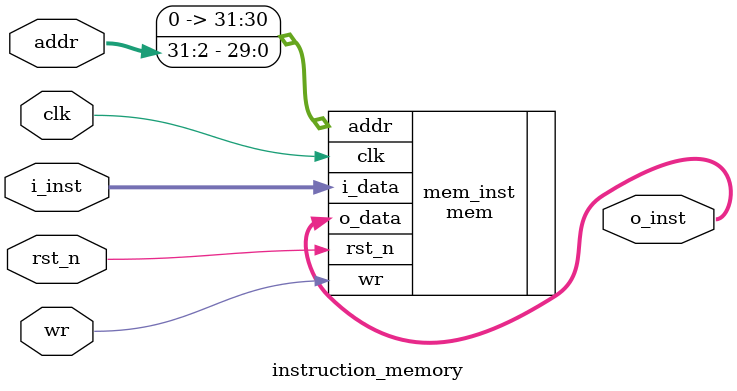
<source format=v>
module instruction_memory #(parameter DEPTH = 'd10) (
    input                       clk, 
    input                       rst_n,
    input                       wr,
    input  [        31 : 0 ]    addr,
    input  [        31 : 0 ]    i_inst,
    output [        31 : 0 ]    o_inst
);

mem #(.DEPTH(DEPTH)) mem_inst (
    .clk    (   clk         ),
    .rst_n  (   rst_n       ),
    .wr     (   wr          ),
    .addr   (   addr >> 'd2 ),
    .i_data (   i_inst      ),
    .o_data (   o_inst      )
);

endmodule
</source>
